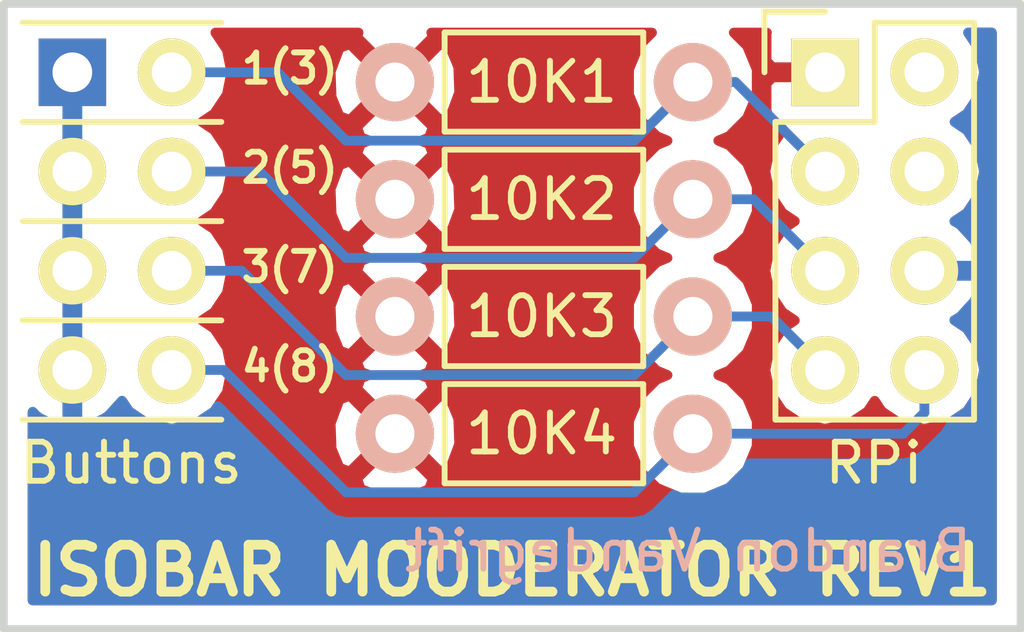
<source format=kicad_pcb>
(kicad_pcb (version 4) (host pcbnew 4.0.4-stable)

  (general
    (links 16)
    (no_connects 0)
    (area 213.732667 132.675 242.100001 153.100001)
    (thickness 1.6)
    (drawings 10)
    (tracks 25)
    (zones 0)
    (modules 6)
    (nets 9)
  )

  (page A4)
  (layers
    (0 F.Cu signal)
    (31 B.Cu signal)
    (32 B.Adhes user)
    (33 F.Adhes user)
    (34 B.Paste user)
    (35 F.Paste user)
    (36 B.SilkS user)
    (37 F.SilkS user)
    (38 B.Mask user)
    (39 F.Mask user)
    (40 Dwgs.User user)
    (41 Cmts.User user)
    (42 Eco1.User user)
    (43 Eco2.User user)
    (44 Edge.Cuts user)
    (45 Margin user)
    (46 B.CrtYd user)
    (47 F.CrtYd user)
    (48 B.Fab user)
    (49 F.Fab user)
  )

  (setup
    (last_trace_width 0.25)
    (trace_clearance 0.2)
    (zone_clearance 0.508)
    (zone_45_only no)
    (trace_min 0.2)
    (segment_width 0.2)
    (edge_width 0.2)
    (via_size 0.6)
    (via_drill 0.4)
    (via_min_size 0.4)
    (via_min_drill 0.3)
    (uvia_size 0.3)
    (uvia_drill 0.1)
    (uvias_allowed no)
    (uvia_min_size 0.2)
    (uvia_min_drill 0.1)
    (pcb_text_width 0.3)
    (pcb_text_size 1.5 1.5)
    (mod_edge_width 0.15)
    (mod_text_size 1 1)
    (mod_text_width 0.15)
    (pad_size 1.7272 1.7272)
    (pad_drill 1.016)
    (pad_to_mask_clearance 0.2)
    (aux_axis_origin 0 0)
    (visible_elements FFFFFF7F)
    (pcbplotparams
      (layerselection 0x01030_80000001)
      (usegerberextensions false)
      (excludeedgelayer true)
      (linewidth 0.100000)
      (plotframeref false)
      (viasonmask false)
      (mode 1)
      (useauxorigin false)
      (hpglpennumber 1)
      (hpglpenspeed 20)
      (hpglpendiameter 15)
      (hpglpenoverlay 2)
      (psnegative false)
      (psa4output false)
      (plotreference true)
      (plotvalue true)
      (plotinvisibletext false)
      (padsonsilk false)
      (subtractmaskfromsilk false)
      (outputformat 1)
      (mirror false)
      (drillshape 0)
      (scaleselection 1)
      (outputdirectory ""))
  )

  (net 0 "")
  (net 1 "Net-(10K1-Pad2)")
  (net 2 "Net-(10K2-Pad2)")
  (net 3 "Net-(10K3-Pad2)")
  (net 4 "Net-(10K4-Pad2)")
  (net 5 GND)
  (net 6 +3V3)
  (net 7 "Net-(RPi1-Pad2)")
  (net 8 "Net-(RPi1-Pad4)")

  (net_class Default "This is the default net class."
    (clearance 0.2)
    (trace_width 0.25)
    (via_dia 0.6)
    (via_drill 0.4)
    (uvia_dia 0.3)
    (uvia_drill 0.1)
    (add_net +3V3)
    (add_net GND)
    (add_net "Net-(10K1-Pad2)")
    (add_net "Net-(10K2-Pad2)")
    (add_net "Net-(10K3-Pad2)")
    (add_net "Net-(10K4-Pad2)")
    (add_net "Net-(RPi1-Pad2)")
    (add_net "Net-(RPi1-Pad4)")
  )

  (module mooderator_lib:Mooderator_Buttons (layer F.Cu) (tedit 5875540D) (tstamp 58786683)
    (at 217.75 136.75)
    (descr "Through hole pin header")
    (tags "pin header")
    (path /587532CA)
    (fp_text reference Buttons (at 1.5 10) (layer F.SilkS)
      (effects (font (size 1 1) (thickness 0.15)))
    )
    (fp_text value CONN_02X04 (at 1.016 -2.794) (layer F.Fab) hide
      (effects (font (size 1 1) (thickness 0.15)))
    )
    (fp_line (start -1.27 8.89) (end 3.81 8.89) (layer F.SilkS) (width 0.15))
    (fp_line (start -1.27 6.35) (end 3.81 6.35) (layer F.SilkS) (width 0.15))
    (fp_line (start -1.27 3.81) (end 3.81 3.81) (layer F.SilkS) (width 0.15))
    (fp_line (start -1.27 1.27) (end 3.81 1.27) (layer F.SilkS) (width 0.15))
    (fp_line (start -1.27 -1.27) (end 3.81 -1.27) (layer F.SilkS) (width 0.15))
    (fp_line (start -1.75 -1.75) (end -1.75 9.4) (layer F.CrtYd) (width 0.05))
    (fp_line (start 4.3 -1.75) (end 4.3 9.4) (layer F.CrtYd) (width 0.05))
    (fp_line (start -1.75 -1.75) (end 4.3 -1.75) (layer F.CrtYd) (width 0.05))
    (fp_line (start -1.75 9.4) (end 4.3 9.4) (layer F.CrtYd) (width 0.05))
    (pad 2 thru_hole oval (at 2.54 0) (size 1.7272 1.7272) (drill 1.016) (layers *.Cu *.Mask F.SilkS)
      (net 1 "Net-(10K1-Pad2)"))
    (pad 3 thru_hole oval (at 0 2.54) (size 1.7272 1.7272) (drill 1.016) (layers *.Cu *.Mask F.SilkS)
      (net 5 GND))
    (pad 4 thru_hole oval (at 2.54 2.54) (size 1.7272 1.7272) (drill 1.016) (layers *.Cu *.Mask F.SilkS)
      (net 2 "Net-(10K2-Pad2)"))
    (pad 5 thru_hole oval (at 0 5.08) (size 1.7272 1.7272) (drill 1.016) (layers *.Cu *.Mask F.SilkS)
      (net 5 GND))
    (pad 6 thru_hole oval (at 2.54 5.08) (size 1.7272 1.7272) (drill 1.016) (layers *.Cu *.Mask F.SilkS)
      (net 3 "Net-(10K3-Pad2)"))
    (pad 7 thru_hole oval (at 0 7.62) (size 1.7272 1.7272) (drill 1.016) (layers *.Cu *.Mask F.SilkS)
      (net 5 GND))
    (pad 8 thru_hole oval (at 2.54 7.62) (size 1.7272 1.7272) (drill 1.016) (layers *.Cu *.Mask F.SilkS)
      (net 4 "Net-(10K4-Pad2)"))
    (pad 1 thru_hole rect (at 0 0) (size 1.7272 1.7272) (drill 1.016) (layers *.Cu *.Mask)
      (net 5 GND))
    (model Pin_Headers.3dshapes/Pin_Header_Straight_2x04.wrl
      (at (xyz 0.05 -0.15 0))
      (scale (xyz 1 1 1))
      (rotate (xyz 0 0 90))
    )
  )

  (module Resistors_ThroughHole:Resistor_Horizontal_RM7mm (layer F.Cu) (tedit 5875459C) (tstamp 58754298)
    (at 226 137)
    (descr "Resistor, Axial,  RM 7.62mm, 1/3W,")
    (tags "Resistor Axial RM 7.62mm 1/3W R3")
    (path /58753218)
    (fp_text reference 10K1 (at 3.75 0) (layer F.SilkS)
      (effects (font (size 1 1) (thickness 0.15)))
    )
    (fp_text value R (at 3.81 3.81) (layer F.Fab) hide
      (effects (font (size 1 1) (thickness 0.15)))
    )
    (fp_line (start -1.25 -1.5) (end 8.85 -1.5) (layer F.CrtYd) (width 0.05))
    (fp_line (start -1.25 1.5) (end -1.25 -1.5) (layer F.CrtYd) (width 0.05))
    (fp_line (start 8.85 -1.5) (end 8.85 1.5) (layer F.CrtYd) (width 0.05))
    (fp_line (start -1.25 1.5) (end 8.85 1.5) (layer F.CrtYd) (width 0.05))
    (fp_line (start 1.27 -1.27) (end 6.35 -1.27) (layer F.SilkS) (width 0.15))
    (fp_line (start 6.35 -1.27) (end 6.35 1.27) (layer F.SilkS) (width 0.15))
    (fp_line (start 6.35 1.27) (end 1.27 1.27) (layer F.SilkS) (width 0.15))
    (fp_line (start 1.27 1.27) (end 1.27 -1.27) (layer F.SilkS) (width 0.15))
    (pad 1 thru_hole circle (at 0 0) (size 1.99898 1.99898) (drill 1.00076) (layers *.Cu *.SilkS *.Mask)
      (net 6 +3V3))
    (pad 2 thru_hole circle (at 7.62 0) (size 1.99898 1.99898) (drill 1.00076) (layers *.Cu *.SilkS *.Mask)
      (net 1 "Net-(10K1-Pad2)"))
  )

  (module Resistors_ThroughHole:Resistor_Horizontal_RM7mm (layer F.Cu) (tedit 58754594) (tstamp 587542A6)
    (at 226 140)
    (descr "Resistor, Axial,  RM 7.62mm, 1/3W,")
    (tags "Resistor Axial RM 7.62mm 1/3W R3")
    (path /5875352D)
    (fp_text reference 10K2 (at 3.75 0) (layer F.SilkS)
      (effects (font (size 1 1) (thickness 0.15)))
    )
    (fp_text value R (at 3.81 3.81) (layer F.Fab) hide
      (effects (font (size 1 1) (thickness 0.15)))
    )
    (fp_line (start -1.25 -1.5) (end 8.85 -1.5) (layer F.CrtYd) (width 0.05))
    (fp_line (start -1.25 1.5) (end -1.25 -1.5) (layer F.CrtYd) (width 0.05))
    (fp_line (start 8.85 -1.5) (end 8.85 1.5) (layer F.CrtYd) (width 0.05))
    (fp_line (start -1.25 1.5) (end 8.85 1.5) (layer F.CrtYd) (width 0.05))
    (fp_line (start 1.27 -1.27) (end 6.35 -1.27) (layer F.SilkS) (width 0.15))
    (fp_line (start 6.35 -1.27) (end 6.35 1.27) (layer F.SilkS) (width 0.15))
    (fp_line (start 6.35 1.27) (end 1.27 1.27) (layer F.SilkS) (width 0.15))
    (fp_line (start 1.27 1.27) (end 1.27 -1.27) (layer F.SilkS) (width 0.15))
    (pad 1 thru_hole circle (at 0 0) (size 1.99898 1.99898) (drill 1.00076) (layers *.Cu *.SilkS *.Mask)
      (net 6 +3V3))
    (pad 2 thru_hole circle (at 7.62 0) (size 1.99898 1.99898) (drill 1.00076) (layers *.Cu *.SilkS *.Mask)
      (net 2 "Net-(10K2-Pad2)"))
  )

  (module Resistors_ThroughHole:Resistor_Horizontal_RM7mm (layer F.Cu) (tedit 5875458F) (tstamp 587542B4)
    (at 226 143)
    (descr "Resistor, Axial,  RM 7.62mm, 1/3W,")
    (tags "Resistor Axial RM 7.62mm 1/3W R3")
    (path /5875354D)
    (fp_text reference 10K3 (at 3.75 0) (layer F.SilkS)
      (effects (font (size 1 1) (thickness 0.15)))
    )
    (fp_text value R (at 3.81 3.81) (layer F.Fab) hide
      (effects (font (size 1 1) (thickness 0.15)))
    )
    (fp_line (start -1.25 -1.5) (end 8.85 -1.5) (layer F.CrtYd) (width 0.05))
    (fp_line (start -1.25 1.5) (end -1.25 -1.5) (layer F.CrtYd) (width 0.05))
    (fp_line (start 8.85 -1.5) (end 8.85 1.5) (layer F.CrtYd) (width 0.05))
    (fp_line (start -1.25 1.5) (end 8.85 1.5) (layer F.CrtYd) (width 0.05))
    (fp_line (start 1.27 -1.27) (end 6.35 -1.27) (layer F.SilkS) (width 0.15))
    (fp_line (start 6.35 -1.27) (end 6.35 1.27) (layer F.SilkS) (width 0.15))
    (fp_line (start 6.35 1.27) (end 1.27 1.27) (layer F.SilkS) (width 0.15))
    (fp_line (start 1.27 1.27) (end 1.27 -1.27) (layer F.SilkS) (width 0.15))
    (pad 1 thru_hole circle (at 0 0) (size 1.99898 1.99898) (drill 1.00076) (layers *.Cu *.SilkS *.Mask)
      (net 6 +3V3))
    (pad 2 thru_hole circle (at 7.62 0) (size 1.99898 1.99898) (drill 1.00076) (layers *.Cu *.SilkS *.Mask)
      (net 3 "Net-(10K3-Pad2)"))
  )

  (module Resistors_ThroughHole:Resistor_Horizontal_RM7mm (layer F.Cu) (tedit 5875458B) (tstamp 587542C2)
    (at 226 146)
    (descr "Resistor, Axial,  RM 7.62mm, 1/3W,")
    (tags "Resistor Axial RM 7.62mm 1/3W R3")
    (path /58753579)
    (fp_text reference 10K4 (at 3.75 0) (layer F.SilkS)
      (effects (font (size 1 1) (thickness 0.15)))
    )
    (fp_text value R (at 3.81 3.81) (layer F.Fab) hide
      (effects (font (size 1 1) (thickness 0.15)))
    )
    (fp_line (start -1.25 -1.5) (end 8.85 -1.5) (layer F.CrtYd) (width 0.05))
    (fp_line (start -1.25 1.5) (end -1.25 -1.5) (layer F.CrtYd) (width 0.05))
    (fp_line (start 8.85 -1.5) (end 8.85 1.5) (layer F.CrtYd) (width 0.05))
    (fp_line (start -1.25 1.5) (end 8.85 1.5) (layer F.CrtYd) (width 0.05))
    (fp_line (start 1.27 -1.27) (end 6.35 -1.27) (layer F.SilkS) (width 0.15))
    (fp_line (start 6.35 -1.27) (end 6.35 1.27) (layer F.SilkS) (width 0.15))
    (fp_line (start 6.35 1.27) (end 1.27 1.27) (layer F.SilkS) (width 0.15))
    (fp_line (start 1.27 1.27) (end 1.27 -1.27) (layer F.SilkS) (width 0.15))
    (pad 1 thru_hole circle (at 0 0) (size 1.99898 1.99898) (drill 1.00076) (layers *.Cu *.SilkS *.Mask)
      (net 6 +3V3))
    (pad 2 thru_hole circle (at 7.62 0) (size 1.99898 1.99898) (drill 1.00076) (layers *.Cu *.SilkS *.Mask)
      (net 4 "Net-(10K4-Pad2)"))
  )

  (module Pin_Headers:Pin_Header_Straight_2x04 (layer F.Cu) (tedit 58754718) (tstamp 587542F2)
    (at 237 136.75)
    (descr "Through hole pin header")
    (tags "pin header")
    (path /58752F9B)
    (fp_text reference RPi (at 1.25 10) (layer F.SilkS)
      (effects (font (size 1 1) (thickness 0.15)))
    )
    (fp_text value CONN_02X04 (at 0 -3.1) (layer F.Fab) hide
      (effects (font (size 1 1) (thickness 0.15)))
    )
    (fp_line (start -1.75 -1.75) (end -1.75 9.4) (layer F.CrtYd) (width 0.05))
    (fp_line (start 4.3 -1.75) (end 4.3 9.4) (layer F.CrtYd) (width 0.05))
    (fp_line (start -1.75 -1.75) (end 4.3 -1.75) (layer F.CrtYd) (width 0.05))
    (fp_line (start -1.75 9.4) (end 4.3 9.4) (layer F.CrtYd) (width 0.05))
    (fp_line (start -1.27 1.27) (end -1.27 8.89) (layer F.SilkS) (width 0.15))
    (fp_line (start -1.27 8.89) (end 3.81 8.89) (layer F.SilkS) (width 0.15))
    (fp_line (start 3.81 8.89) (end 3.81 -1.27) (layer F.SilkS) (width 0.15))
    (fp_line (start 3.81 -1.27) (end 1.27 -1.27) (layer F.SilkS) (width 0.15))
    (fp_line (start 0 -1.55) (end -1.55 -1.55) (layer F.SilkS) (width 0.15))
    (fp_line (start 1.27 -1.27) (end 1.27 1.27) (layer F.SilkS) (width 0.15))
    (fp_line (start 1.27 1.27) (end -1.27 1.27) (layer F.SilkS) (width 0.15))
    (fp_line (start -1.55 -1.55) (end -1.55 0) (layer F.SilkS) (width 0.15))
    (pad 1 thru_hole rect (at 0 0) (size 1.7272 1.7272) (drill 1.016) (layers *.Cu *.Mask F.SilkS)
      (net 6 +3V3))
    (pad 2 thru_hole oval (at 2.54 0) (size 1.7272 1.7272) (drill 1.016) (layers *.Cu *.Mask F.SilkS)
      (net 7 "Net-(RPi1-Pad2)"))
    (pad 3 thru_hole oval (at 0 2.54) (size 1.7272 1.7272) (drill 1.016) (layers *.Cu *.Mask F.SilkS)
      (net 1 "Net-(10K1-Pad2)"))
    (pad 4 thru_hole oval (at 2.54 2.54) (size 1.7272 1.7272) (drill 1.016) (layers *.Cu *.Mask F.SilkS)
      (net 8 "Net-(RPi1-Pad4)"))
    (pad 5 thru_hole oval (at 0 5.08) (size 1.7272 1.7272) (drill 1.016) (layers *.Cu *.Mask F.SilkS)
      (net 2 "Net-(10K2-Pad2)"))
    (pad 6 thru_hole oval (at 2.54 5.08) (size 1.7272 1.7272) (drill 1.016) (layers *.Cu *.Mask F.SilkS)
      (net 5 GND))
    (pad 7 thru_hole oval (at 0 7.62) (size 1.7272 1.7272) (drill 1.016) (layers *.Cu *.Mask F.SilkS)
      (net 3 "Net-(10K3-Pad2)"))
    (pad 8 thru_hole oval (at 2.54 7.62) (size 1.7272 1.7272) (drill 1.016) (layers *.Cu *.Mask F.SilkS)
      (net 4 "Net-(10K4-Pad2)"))
    (model Pin_Headers.3dshapes/Pin_Header_Straight_2x04.wrl
      (at (xyz 0.05 -0.15 0))
      (scale (xyz 1 1 1))
      (rotate (xyz 0 0 90))
    )
  )

  (gr_line (start 216 135) (end 216 151) (angle 90) (layer Edge.Cuts) (width 0.2))
  (gr_line (start 242 151) (end 242 135) (angle 90) (layer Edge.Cuts) (width 0.2))
  (gr_line (start 216 151) (end 242 151) (angle 90) (layer Edge.Cuts) (width 0.2))
  (gr_text "4(8)\n" (at 221.996 144.272) (layer F.SilkS)
    (effects (font (size 0.75 0.75) (thickness 0.15)) (justify left))
  )
  (gr_text "3(7)\n" (at 221.996 141.732) (layer F.SilkS)
    (effects (font (size 0.75 0.75) (thickness 0.15)) (justify left))
  )
  (gr_text "2(5)\n" (at 221.996 139.192) (layer F.SilkS)
    (effects (font (size 0.75 0.75) (thickness 0.15)) (justify left))
  )
  (gr_text "1(3)\n" (at 221.996 136.652) (layer F.SilkS)
    (effects (font (size 0.75 0.75) (thickness 0.15)) (justify left))
  )
  (gr_text "Brandon Vandegrift" (at 233.5 149) (layer B.SilkS)
    (effects (font (size 1 1) (thickness 0.15)) (justify mirror))
  )
  (gr_text "ISOBAR MOODERATOR REV1" (at 229 149.5) (layer F.SilkS)
    (effects (font (size 1.2 1.2) (thickness 0.25)))
  )
  (gr_line (start 216 135) (end 242 135) (angle 90) (layer Edge.Cuts) (width 0.2))

  (segment (start 233.62 137) (end 234.71 137) (width 0.25) (layer B.Cu) (net 1))
  (segment (start 234.71 137) (end 237 139.29) (width 0.25) (layer B.Cu) (net 1) (tstamp 587547CB))
  (segment (start 220.29 136.75) (end 223 136.75) (width 0.25) (layer B.Cu) (net 1))
  (segment (start 232.12 138.5) (end 233.62 137) (width 0.25) (layer B.Cu) (net 1) (tstamp 587547C7))
  (segment (start 224.75 138.5) (end 232.12 138.5) (width 0.25) (layer B.Cu) (net 1) (tstamp 587547C5))
  (segment (start 223 136.75) (end 224.75 138.5) (width 0.25) (layer B.Cu) (net 1) (tstamp 587547C3))
  (segment (start 220.29 139.29) (end 222.54 139.29) (width 0.25) (layer B.Cu) (net 2))
  (segment (start 232.12 141.5) (end 233.62 140) (width 0.25) (layer B.Cu) (net 2) (tstamp 587547D3))
  (segment (start 224.75 141.5) (end 232.12 141.5) (width 0.25) (layer B.Cu) (net 2) (tstamp 587547D1))
  (segment (start 222.54 139.29) (end 224.75 141.5) (width 0.25) (layer B.Cu) (net 2) (tstamp 587547CF))
  (segment (start 233.62 140) (end 235.17 140) (width 0.25) (layer B.Cu) (net 2) (tstamp 587547D5))
  (segment (start 235.17 140) (end 237 141.83) (width 0.25) (layer B.Cu) (net 2) (tstamp 587547D6))
  (segment (start 220.29 141.83) (end 222.08 141.83) (width 0.25) (layer B.Cu) (net 3))
  (segment (start 232.12 144.5) (end 233.62 143) (width 0.25) (layer B.Cu) (net 3) (tstamp 587547DE))
  (segment (start 224.75 144.5) (end 232.12 144.5) (width 0.25) (layer B.Cu) (net 3) (tstamp 587547DC))
  (segment (start 222.08 141.83) (end 224.75 144.5) (width 0.25) (layer B.Cu) (net 3) (tstamp 587547DA))
  (segment (start 233.62 143) (end 235.63 143) (width 0.25) (layer B.Cu) (net 3) (tstamp 587547E0))
  (segment (start 235.63 143) (end 237 144.37) (width 0.25) (layer B.Cu) (net 3) (tstamp 587547E1))
  (segment (start 220.29 144.37) (end 221.62 144.37) (width 0.25) (layer B.Cu) (net 4))
  (segment (start 232.12 147.5) (end 233.62 146) (width 0.25) (layer B.Cu) (net 4) (tstamp 587547E9))
  (segment (start 224.75 147.5) (end 232.12 147.5) (width 0.25) (layer B.Cu) (net 4) (tstamp 587547E7))
  (segment (start 221.62 144.37) (end 224.75 147.5) (width 0.25) (layer B.Cu) (net 4) (tstamp 587547E5))
  (segment (start 233.62 146) (end 239 146) (width 0.25) (layer B.Cu) (net 4) (tstamp 587547EB))
  (segment (start 239 146) (end 239.54 145.46) (width 0.25) (layer B.Cu) (net 4) (tstamp 587547EC))
  (segment (start 239.54 145.46) (end 239.54 144.37) (width 0.25) (layer B.Cu) (net 4) (tstamp 587547ED))

  (zone (net 6) (net_name +3V3) (layer F.Cu) (tstamp 5878679A) (hatch edge 0.508)
    (connect_pads (clearance 0.508))
    (min_thickness 0.254)
    (fill yes (arc_segments 16) (thermal_gap 0.508) (thermal_bridge_width 0.508))
    (polygon
      (pts
        (xy 242 151) (xy 216 151) (xy 216 135) (xy 242 135)
      )
    )
    (filled_polygon
      (pts
        (xy 225.027443 135.847837) (xy 226 136.820395) (xy 226.972557 135.847837) (xy 226.930857 135.735) (xy 232.573671 135.735)
        (xy 232.235154 136.072927) (xy 231.985794 136.673453) (xy 231.985226 137.323694) (xy 232.233538 137.924655) (xy 232.692927 138.384846)
        (xy 232.970189 138.499975) (xy 232.695345 138.613538) (xy 232.235154 139.072927) (xy 231.985794 139.673453) (xy 231.985226 140.323694)
        (xy 232.233538 140.924655) (xy 232.692927 141.384846) (xy 232.970189 141.499975) (xy 232.695345 141.613538) (xy 232.235154 142.072927)
        (xy 231.985794 142.673453) (xy 231.985226 143.323694) (xy 232.233538 143.924655) (xy 232.692927 144.384846) (xy 232.970189 144.499975)
        (xy 232.695345 144.613538) (xy 232.235154 145.072927) (xy 231.985794 145.673453) (xy 231.985226 146.323694) (xy 232.233538 146.924655)
        (xy 232.692927 147.384846) (xy 233.293453 147.634206) (xy 233.943694 147.634774) (xy 234.544655 147.386462) (xy 235.004846 146.927073)
        (xy 235.254206 146.326547) (xy 235.254774 145.676306) (xy 235.006462 145.075345) (xy 234.547073 144.615154) (xy 234.269811 144.500025)
        (xy 234.544655 144.386462) (xy 235.004846 143.927073) (xy 235.254206 143.326547) (xy 235.254774 142.676306) (xy 235.006462 142.075345)
        (xy 234.547073 141.615154) (xy 234.269811 141.500025) (xy 234.544655 141.386462) (xy 235.004846 140.927073) (xy 235.254206 140.326547)
        (xy 235.254774 139.676306) (xy 235.006462 139.075345) (xy 234.547073 138.615154) (xy 234.269811 138.500025) (xy 234.544655 138.386462)
        (xy 235.004846 137.927073) (xy 235.254206 137.326547) (xy 235.254774 136.676306) (xy 235.006462 136.075345) (xy 234.66671 135.735)
        (xy 235.511793 135.735) (xy 235.5014 135.76009) (xy 235.5014 136.46425) (xy 235.66015 136.623) (xy 236.873 136.623)
        (xy 236.873 136.603) (xy 237.127 136.603) (xy 237.127 136.623) (xy 237.147 136.623) (xy 237.147 136.877)
        (xy 237.127 136.877) (xy 237.127 136.897) (xy 236.873 136.897) (xy 236.873 136.877) (xy 235.66015 136.877)
        (xy 235.5014 137.03575) (xy 235.5014 137.73991) (xy 235.598073 137.973299) (xy 235.776702 138.151927) (xy 235.932023 138.216263)
        (xy 235.910971 138.23033) (xy 235.586115 138.716511) (xy 235.472041 139.29) (xy 235.586115 139.863489) (xy 235.910971 140.34967)
        (xy 236.225752 140.56) (xy 235.910971 140.77033) (xy 235.586115 141.256511) (xy 235.472041 141.83) (xy 235.586115 142.403489)
        (xy 235.910971 142.88967) (xy 236.225752 143.1) (xy 235.910971 143.31033) (xy 235.586115 143.796511) (xy 235.472041 144.37)
        (xy 235.586115 144.943489) (xy 235.910971 145.42967) (xy 236.397152 145.754526) (xy 236.970641 145.8686) (xy 237.029359 145.8686)
        (xy 237.602848 145.754526) (xy 238.089029 145.42967) (xy 238.27 145.158828) (xy 238.450971 145.42967) (xy 238.937152 145.754526)
        (xy 239.510641 145.8686) (xy 239.569359 145.8686) (xy 240.142848 145.754526) (xy 240.629029 145.42967) (xy 240.953885 144.943489)
        (xy 241.067959 144.37) (xy 240.953885 143.796511) (xy 240.629029 143.31033) (xy 240.314248 143.1) (xy 240.629029 142.88967)
        (xy 240.953885 142.403489) (xy 241.067959 141.83) (xy 240.953885 141.256511) (xy 240.629029 140.77033) (xy 240.314248 140.56)
        (xy 240.629029 140.34967) (xy 240.953885 139.863489) (xy 241.067959 139.29) (xy 240.953885 138.716511) (xy 240.629029 138.23033)
        (xy 240.314248 138.02) (xy 240.629029 137.80967) (xy 240.953885 137.323489) (xy 241.067959 136.75) (xy 240.953885 136.176511)
        (xy 240.658877 135.735) (xy 241.265 135.735) (xy 241.265 150.265) (xy 216.735 150.265) (xy 216.735 147.152163)
        (xy 225.027443 147.152163) (xy 225.126042 147.418965) (xy 225.735582 147.645401) (xy 226.385377 147.621341) (xy 226.873958 147.418965)
        (xy 226.972557 147.152163) (xy 226 146.179605) (xy 225.027443 147.152163) (xy 216.735 147.152163) (xy 216.735 145.479135)
        (xy 217.147152 145.754526) (xy 217.720641 145.8686) (xy 217.779359 145.8686) (xy 218.352848 145.754526) (xy 218.839029 145.42967)
        (xy 219.02 145.158828) (xy 219.200971 145.42967) (xy 219.687152 145.754526) (xy 220.260641 145.8686) (xy 220.319359 145.8686)
        (xy 220.892848 145.754526) (xy 220.921199 145.735582) (xy 224.354599 145.735582) (xy 224.378659 146.385377) (xy 224.581035 146.873958)
        (xy 224.847837 146.972557) (xy 225.820395 146) (xy 226.179605 146) (xy 227.152163 146.972557) (xy 227.418965 146.873958)
        (xy 227.645401 146.264418) (xy 227.621341 145.614623) (xy 227.418965 145.126042) (xy 227.152163 145.027443) (xy 226.179605 146)
        (xy 225.820395 146) (xy 224.847837 145.027443) (xy 224.581035 145.126042) (xy 224.354599 145.735582) (xy 220.921199 145.735582)
        (xy 221.379029 145.42967) (xy 221.703885 144.943489) (xy 221.817959 144.37) (xy 221.774629 144.152163) (xy 225.027443 144.152163)
        (xy 225.126042 144.418965) (xy 225.332317 144.495593) (xy 225.126042 144.581035) (xy 225.027443 144.847837) (xy 226 145.820395)
        (xy 226.972557 144.847837) (xy 226.873958 144.581035) (xy 226.667683 144.504407) (xy 226.873958 144.418965) (xy 226.972557 144.152163)
        (xy 226 143.179605) (xy 225.027443 144.152163) (xy 221.774629 144.152163) (xy 221.703885 143.796511) (xy 221.379029 143.31033)
        (xy 221.064248 143.1) (xy 221.379029 142.88967) (xy 221.481987 142.735582) (xy 224.354599 142.735582) (xy 224.378659 143.385377)
        (xy 224.581035 143.873958) (xy 224.847837 143.972557) (xy 225.820395 143) (xy 226.179605 143) (xy 227.152163 143.972557)
        (xy 227.418965 143.873958) (xy 227.645401 143.264418) (xy 227.621341 142.614623) (xy 227.418965 142.126042) (xy 227.152163 142.027443)
        (xy 226.179605 143) (xy 225.820395 143) (xy 224.847837 142.027443) (xy 224.581035 142.126042) (xy 224.354599 142.735582)
        (xy 221.481987 142.735582) (xy 221.703885 142.403489) (xy 221.817959 141.83) (xy 221.703885 141.256511) (xy 221.634162 141.152163)
        (xy 225.027443 141.152163) (xy 225.126042 141.418965) (xy 225.332317 141.495593) (xy 225.126042 141.581035) (xy 225.027443 141.847837)
        (xy 226 142.820395) (xy 226.972557 141.847837) (xy 226.873958 141.581035) (xy 226.667683 141.504407) (xy 226.873958 141.418965)
        (xy 226.972557 141.152163) (xy 226 140.179605) (xy 225.027443 141.152163) (xy 221.634162 141.152163) (xy 221.379029 140.77033)
        (xy 221.064248 140.56) (xy 221.379029 140.34967) (xy 221.703885 139.863489) (xy 221.729327 139.735582) (xy 224.354599 139.735582)
        (xy 224.378659 140.385377) (xy 224.581035 140.873958) (xy 224.847837 140.972557) (xy 225.820395 140) (xy 226.179605 140)
        (xy 227.152163 140.972557) (xy 227.418965 140.873958) (xy 227.645401 140.264418) (xy 227.621341 139.614623) (xy 227.418965 139.126042)
        (xy 227.152163 139.027443) (xy 226.179605 140) (xy 225.820395 140) (xy 224.847837 139.027443) (xy 224.581035 139.126042)
        (xy 224.354599 139.735582) (xy 221.729327 139.735582) (xy 221.817959 139.29) (xy 221.703885 138.716511) (xy 221.379029 138.23033)
        (xy 221.262044 138.152163) (xy 225.027443 138.152163) (xy 225.126042 138.418965) (xy 225.332317 138.495593) (xy 225.126042 138.581035)
        (xy 225.027443 138.847837) (xy 226 139.820395) (xy 226.972557 138.847837) (xy 226.873958 138.581035) (xy 226.667683 138.504407)
        (xy 226.873958 138.418965) (xy 226.972557 138.152163) (xy 226 137.179605) (xy 225.027443 138.152163) (xy 221.262044 138.152163)
        (xy 221.064248 138.02) (xy 221.379029 137.80967) (xy 221.703885 137.323489) (xy 221.817959 136.75) (xy 221.815092 136.735582)
        (xy 224.354599 136.735582) (xy 224.378659 137.385377) (xy 224.581035 137.873958) (xy 224.847837 137.972557) (xy 225.820395 137)
        (xy 226.179605 137) (xy 227.152163 137.972557) (xy 227.418965 137.873958) (xy 227.645401 137.264418) (xy 227.621341 136.614623)
        (xy 227.418965 136.126042) (xy 227.152163 136.027443) (xy 226.179605 137) (xy 225.820395 137) (xy 224.847837 136.027443)
        (xy 224.581035 136.126042) (xy 224.354599 136.735582) (xy 221.815092 136.735582) (xy 221.703885 136.176511) (xy 221.408877 135.735)
        (xy 225.069143 135.735)
      )
    )
  )
  (zone (net 5) (net_name GND) (layer B.Cu) (tstamp 5878679B) (hatch edge 0.508)
    (connect_pads (clearance 0.508))
    (min_thickness 0.254)
    (fill yes (arc_segments 16) (thermal_gap 0.508) (thermal_bridge_width 0.508))
    (polygon
      (pts
        (xy 242 151) (xy 216 151) (xy 216 135) (xy 242 135)
      )
    )
    (filled_polygon
      (pts
        (xy 241.265 150.265) (xy 216.735 150.265) (xy 216.735 145.43822) (xy 216.86151 145.576821) (xy 217.390973 145.824968)
        (xy 217.623 145.704469) (xy 217.623 144.497) (xy 217.603 144.497) (xy 217.603 144.243) (xy 217.623 144.243)
        (xy 217.623 141.957) (xy 217.603 141.957) (xy 217.603 141.703) (xy 217.623 141.703) (xy 217.623 139.417)
        (xy 217.603 139.417) (xy 217.603 139.163) (xy 217.623 139.163) (xy 217.623 136.877) (xy 217.603 136.877)
        (xy 217.603 136.623) (xy 217.623 136.623) (xy 217.623 136.603) (xy 217.877 136.603) (xy 217.877 136.623)
        (xy 217.897 136.623) (xy 217.897 136.877) (xy 217.877 136.877) (xy 217.877 139.163) (xy 217.897 139.163)
        (xy 217.897 139.417) (xy 217.877 139.417) (xy 217.877 141.703) (xy 217.897 141.703) (xy 217.897 141.957)
        (xy 217.877 141.957) (xy 217.877 144.243) (xy 217.897 144.243) (xy 217.897 144.497) (xy 217.877 144.497)
        (xy 217.877 145.704469) (xy 218.109027 145.824968) (xy 218.63849 145.576821) (xy 219.020008 145.158839) (xy 219.200971 145.42967)
        (xy 219.687152 145.754526) (xy 220.260641 145.8686) (xy 220.319359 145.8686) (xy 220.892848 145.754526) (xy 221.379029 145.42967)
        (xy 221.469487 145.294289) (xy 224.212599 148.037401) (xy 224.45916 148.202148) (xy 224.507414 148.211746) (xy 224.75 148.26)
        (xy 232.12 148.26) (xy 232.410839 148.202148) (xy 232.657401 148.037401) (xy 233.128917 147.565885) (xy 233.293453 147.634206)
        (xy 233.943694 147.634774) (xy 234.544655 147.386462) (xy 235.004846 146.927073) (xy 235.074221 146.76) (xy 239 146.76)
        (xy 239.290839 146.702148) (xy 239.537401 146.537401) (xy 240.077401 145.997401) (xy 240.242148 145.75084) (xy 240.256523 145.67857)
        (xy 240.629029 145.42967) (xy 240.953885 144.943489) (xy 241.067959 144.37) (xy 240.953885 143.796511) (xy 240.629029 143.31033)
        (xy 240.305772 143.094336) (xy 240.42849 143.036821) (xy 240.822688 142.604947) (xy 240.994958 142.189026) (xy 240.873817 141.957)
        (xy 239.667 141.957) (xy 239.667 141.977) (xy 239.413 141.977) (xy 239.413 141.957) (xy 239.393 141.957)
        (xy 239.393 141.703) (xy 239.413 141.703) (xy 239.413 141.683) (xy 239.667 141.683) (xy 239.667 141.703)
        (xy 240.873817 141.703) (xy 240.994958 141.470974) (xy 240.822688 141.055053) (xy 240.42849 140.623179) (xy 240.305772 140.565664)
        (xy 240.629029 140.34967) (xy 240.953885 139.863489) (xy 241.067959 139.29) (xy 240.953885 138.716511) (xy 240.629029 138.23033)
        (xy 240.314248 138.02) (xy 240.629029 137.80967) (xy 240.953885 137.323489) (xy 241.067959 136.75) (xy 240.953885 136.176511)
        (xy 240.658877 135.735) (xy 241.265 135.735)
      )
    )
  )
)

</source>
